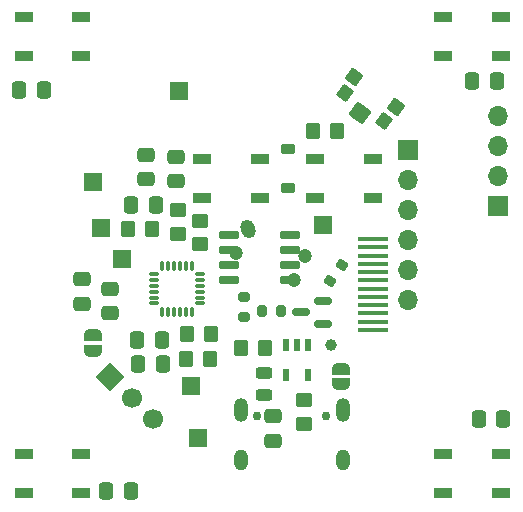
<source format=gbr>
%TF.GenerationSoftware,KiCad,Pcbnew,8.0.1*%
%TF.CreationDate,2024-05-06T20:31:10+02:00*%
%TF.ProjectId,smartknob,736d6172-746b-46e6-9f62-2e6b69636164,rev?*%
%TF.SameCoordinates,Original*%
%TF.FileFunction,Soldermask,Bot*%
%TF.FilePolarity,Negative*%
%FSLAX46Y46*%
G04 Gerber Fmt 4.6, Leading zero omitted, Abs format (unit mm)*
G04 Created by KiCad (PCBNEW 8.0.1) date 2024-05-06 20:31:10*
%MOMM*%
%LPD*%
G01*
G04 APERTURE LIST*
G04 Aperture macros list*
%AMRoundRect*
0 Rectangle with rounded corners*
0 $1 Rounding radius*
0 $2 $3 $4 $5 $6 $7 $8 $9 X,Y pos of 4 corners*
0 Add a 4 corners polygon primitive as box body*
4,1,4,$2,$3,$4,$5,$6,$7,$8,$9,$2,$3,0*
0 Add four circle primitives for the rounded corners*
1,1,$1+$1,$2,$3*
1,1,$1+$1,$4,$5*
1,1,$1+$1,$6,$7*
1,1,$1+$1,$8,$9*
0 Add four rect primitives between the rounded corners*
20,1,$1+$1,$2,$3,$4,$5,0*
20,1,$1+$1,$4,$5,$6,$7,0*
20,1,$1+$1,$6,$7,$8,$9,0*
20,1,$1+$1,$8,$9,$2,$3,0*%
%AMHorizOval*
0 Thick line with rounded ends*
0 $1 width*
0 $2 $3 position (X,Y) of the first rounded end (center of the circle)*
0 $4 $5 position (X,Y) of the second rounded end (center of the circle)*
0 Add line between two ends*
20,1,$1,$2,$3,$4,$5,0*
0 Add two circle primitives to create the rounded ends*
1,1,$1,$2,$3*
1,1,$1,$4,$5*%
%AMRotRect*
0 Rectangle, with rotation*
0 The origin of the aperture is its center*
0 $1 length*
0 $2 width*
0 $3 Rotation angle, in degrees counterclockwise*
0 Add horizontal line*
21,1,$1,$2,0,0,$3*%
%AMFreePoly0*
4,1,19,0.500000,-0.750000,0.000000,-0.750000,0.000000,-0.744911,-0.071157,-0.744911,-0.207708,-0.704816,-0.327430,-0.627875,-0.420627,-0.520320,-0.479746,-0.390866,-0.500000,-0.250000,-0.500000,0.250000,-0.479746,0.390866,-0.420627,0.520320,-0.327430,0.627875,-0.207708,0.704816,-0.071157,0.744911,0.000000,0.744911,0.000000,0.750000,0.500000,0.750000,0.500000,-0.750000,0.500000,-0.750000,
$1*%
%AMFreePoly1*
4,1,19,0.000000,0.744911,0.071157,0.744911,0.207708,0.704816,0.327430,0.627875,0.420627,0.520320,0.479746,0.390866,0.500000,0.250000,0.500000,-0.250000,0.479746,-0.390866,0.420627,-0.520320,0.327430,-0.627875,0.207708,-0.704816,0.071157,-0.744911,0.000000,-0.744911,0.000000,-0.750000,-0.500000,-0.750000,-0.500000,0.750000,0.000000,0.750000,0.000000,0.744911,0.000000,0.744911,
$1*%
G04 Aperture macros list end*
%ADD10C,0.750000*%
%ADD11O,1.200000X2.000000*%
%ADD12O,1.200000X1.800000*%
%ADD13R,1.700000X1.700000*%
%ADD14O,1.700000X1.700000*%
%ADD15RoundRect,0.250000X-0.350000X-0.450000X0.350000X-0.450000X0.350000X0.450000X-0.350000X0.450000X0*%
%ADD16RoundRect,0.250000X-0.337500X-0.475000X0.337500X-0.475000X0.337500X0.475000X-0.337500X0.475000X0*%
%ADD17RoundRect,0.250000X0.337500X0.475000X-0.337500X0.475000X-0.337500X-0.475000X0.337500X-0.475000X0*%
%ADD18R,2.500000X0.350000*%
%ADD19RoundRect,0.200000X-0.200000X-0.275000X0.200000X-0.275000X0.200000X0.275000X-0.200000X0.275000X0*%
%ADD20R,1.500000X0.900000*%
%ADD21HorizOval,1.200000X0.068404X-0.187939X-0.068404X0.187939X0*%
%ADD22HorizOval,1.200000X0.000000X0.000000X0.000000X0.000000X0*%
%ADD23FreePoly0,90.000000*%
%ADD24FreePoly1,90.000000*%
%ADD25RoundRect,0.250000X-0.475000X0.337500X-0.475000X-0.337500X0.475000X-0.337500X0.475000X0.337500X0*%
%ADD26RoundRect,0.250000X-0.450000X0.350000X-0.450000X-0.350000X0.450000X-0.350000X0.450000X0.350000X0*%
%ADD27R,1.500000X1.500000*%
%ADD28RoundRect,0.150000X0.587500X0.150000X-0.587500X0.150000X-0.587500X-0.150000X0.587500X-0.150000X0*%
%ADD29RoundRect,0.250000X0.350000X0.450000X-0.350000X0.450000X-0.350000X-0.450000X0.350000X-0.450000X0*%
%ADD30RoundRect,0.165000X-0.567158X-0.125625X0.055785X-0.578220X0.567158X0.125625X-0.055785X0.578220X0*%
%ADD31C,0.950000*%
%ADD32RoundRect,0.180000X-0.586657X-0.092917X0.092917X-0.586657X0.586657X0.092917X-0.092917X0.586657X0*%
%ADD33RoundRect,0.210000X-0.724884X-0.079014X0.148854X-0.713822X0.724884X0.079014X-0.148854X0.713822X0*%
%ADD34R,0.600000X1.000000*%
%ADD35RoundRect,0.250000X0.475000X-0.337500X0.475000X0.337500X-0.475000X0.337500X-0.475000X-0.337500X0*%
%ADD36RoundRect,0.075000X-0.350000X-0.075000X0.350000X-0.075000X0.350000X0.075000X-0.350000X0.075000X0*%
%ADD37RoundRect,0.075000X-0.075000X0.350000X-0.075000X-0.350000X0.075000X-0.350000X0.075000X0.350000X0*%
%ADD38RoundRect,0.200000X-0.275000X0.200000X-0.275000X-0.200000X0.275000X-0.200000X0.275000X0.200000X0*%
%ADD39C,1.000000*%
%ADD40RoundRect,0.243750X-0.456250X0.243750X-0.456250X-0.243750X0.456250X-0.243750X0.456250X0.243750X0*%
%ADD41RoundRect,0.200000X0.110552X-0.321564X0.339982X0.006097X-0.110552X0.321564X-0.339982X-0.006097X0*%
%ADD42RotRect,1.700000X1.700000X225.000000*%
%ADD43HorizOval,1.700000X0.000000X0.000000X0.000000X0.000000X0*%
%ADD44RoundRect,0.150000X0.725000X0.150000X-0.725000X0.150000X-0.725000X-0.150000X0.725000X-0.150000X0*%
%ADD45RoundRect,0.225000X0.375000X-0.225000X0.375000X0.225000X-0.375000X0.225000X-0.375000X-0.225000X0*%
G04 APERTURE END LIST*
D10*
%TO.C,U3*%
X113850000Y-93145500D03*
X119650000Y-93145500D03*
D11*
X112425000Y-92645500D03*
D12*
X112425000Y-96845500D03*
D11*
X121075000Y-92645500D03*
D12*
X121075000Y-96845500D03*
%TD*%
D13*
%TO.C,J4*%
X134200000Y-75320000D03*
D14*
X134200000Y-72780000D03*
X134200000Y-70240000D03*
X134200000Y-67700000D03*
%TD*%
D15*
%TO.C,R21*%
X118600000Y-69000000D03*
X120600000Y-69000000D03*
%TD*%
D16*
%TO.C,C11*%
X103162500Y-75300000D03*
X105237500Y-75300000D03*
%TD*%
D17*
%TO.C,C16*%
X134675000Y-93400000D03*
X132600000Y-93400000D03*
%TD*%
D15*
%TO.C,R12*%
X112460000Y-87400000D03*
X114460000Y-87400000D03*
%TD*%
D18*
%TO.C,U5*%
X123675000Y-78150000D03*
X123675000Y-78850000D03*
X123675000Y-79550000D03*
X123675000Y-80250000D03*
X123675000Y-80950000D03*
X123675000Y-81650000D03*
X123675000Y-82350000D03*
X123675000Y-83050000D03*
X123675000Y-83750000D03*
X123675000Y-84450000D03*
X123675000Y-85150000D03*
X123675000Y-85850000D03*
%TD*%
D19*
%TO.C,R16*%
X114200000Y-84200000D03*
X115850000Y-84200000D03*
%TD*%
D20*
%TO.C,D8*%
X134450000Y-59350000D03*
X134450000Y-62650000D03*
X129550000Y-62650000D03*
X129550000Y-59350000D03*
%TD*%
D21*
%TO.C,Ur1*%
X113029202Y-77301466D03*
D22*
X117899712Y-79572620D03*
X116943435Y-81623360D03*
X112072927Y-79352205D03*
%TD*%
D20*
%TO.C,D2*%
X109150000Y-74650000D03*
X109150000Y-71350000D03*
X114050000Y-71350000D03*
X114050000Y-74650000D03*
%TD*%
%TO.C,D6*%
X98950000Y-96350000D03*
X98950000Y-99650000D03*
X94050000Y-99650000D03*
X94050000Y-96350000D03*
%TD*%
D17*
%TO.C,C17*%
X95775000Y-65500000D03*
X93700000Y-65500000D03*
%TD*%
D23*
%TO.C,JP1*%
X99900000Y-87600000D03*
D24*
X99900000Y-86300000D03*
%TD*%
D25*
%TO.C,C3*%
X115200000Y-93162500D03*
X115200000Y-95237500D03*
%TD*%
D16*
%TO.C,C10*%
X103662500Y-86700000D03*
X105737500Y-86700000D03*
%TD*%
D25*
%TO.C,C8*%
X99000000Y-81562500D03*
X99000000Y-83637500D03*
%TD*%
D26*
%TO.C,R13*%
X117800000Y-91800000D03*
X117800000Y-93800000D03*
%TD*%
D25*
%TO.C,C9*%
X101400000Y-82362500D03*
X101400000Y-84437500D03*
%TD*%
D27*
%TO.C,BLK*%
X119400000Y-77000000D03*
%TD*%
D13*
%TO.C,J1*%
X126600000Y-70650000D03*
D14*
X126600000Y-73190000D03*
X126600000Y-75730000D03*
X126600000Y-78270000D03*
X126600000Y-80810000D03*
X126600000Y-83350000D03*
%TD*%
D28*
%TO.C,Q1*%
X119400000Y-83400000D03*
X119400000Y-85300000D03*
X117525000Y-84350000D03*
%TD*%
D29*
%TO.C,R14*%
X104900000Y-77300000D03*
X102900000Y-77300000D03*
%TD*%
D27*
%TO.C,LED*%
X107200000Y-65600000D03*
%TD*%
D30*
%TO.C,SW2*%
X121246640Y-65774433D03*
X124563608Y-68184353D03*
D31*
X122036353Y-64432289D03*
D32*
X122065743Y-64391839D03*
D33*
X122537758Y-67485029D03*
D32*
X125625418Y-66978094D03*
D31*
X125596029Y-67018545D03*
%TD*%
D27*
%TO.C,GND*%
X100600000Y-77200000D03*
%TD*%
D26*
%TO.C,R2*%
X109000000Y-76600000D03*
X109000000Y-78600000D03*
%TD*%
D34*
%TO.C,U4*%
X116250000Y-87100000D03*
X117200000Y-87100000D03*
X118150000Y-87100000D03*
X118150000Y-89700000D03*
X116250000Y-89700000D03*
%TD*%
D35*
%TO.C,C13*%
X107000000Y-73237500D03*
X107000000Y-71162500D03*
%TD*%
D29*
%TO.C,R11*%
X109800000Y-88300000D03*
X107800000Y-88300000D03*
%TD*%
D20*
%TO.C,D5*%
X94050000Y-62650000D03*
X94050000Y-59350000D03*
X98950000Y-59350000D03*
X98950000Y-62650000D03*
%TD*%
D27*
%TO.C,GND*%
X108800000Y-95000000D03*
%TD*%
D36*
%TO.C,U8*%
X105100000Y-83600000D03*
X105100000Y-83100000D03*
X105100000Y-82600000D03*
X105100000Y-82100000D03*
X105100000Y-81600000D03*
X105100000Y-81100000D03*
D37*
X105800000Y-80400000D03*
X106300000Y-80400000D03*
X106800000Y-80400000D03*
X107300000Y-80400000D03*
X107800000Y-80400000D03*
X108300000Y-80400000D03*
D36*
X109000000Y-81100000D03*
X109000000Y-81600000D03*
X109000000Y-82100000D03*
X109000000Y-82600000D03*
X109000000Y-83100000D03*
X109000000Y-83600000D03*
D37*
X108300000Y-84300000D03*
X107800000Y-84300000D03*
X107300000Y-84300000D03*
X106800000Y-84300000D03*
X106300000Y-84300000D03*
X105800000Y-84300000D03*
%TD*%
D27*
%TO.C,BAT*%
X108200000Y-90600000D03*
%TD*%
D23*
%TO.C,JP2*%
X120900000Y-90450000D03*
D24*
X120900000Y-89150000D03*
%TD*%
D16*
%TO.C,C5*%
X103762500Y-88700000D03*
X105837500Y-88700000D03*
%TD*%
D38*
%TO.C,R17*%
X112700000Y-83075000D03*
X112700000Y-84725000D03*
%TD*%
D35*
%TO.C,C12*%
X104400000Y-73075000D03*
X104400000Y-71000000D03*
%TD*%
D27*
%TO.C,RES*%
X102400000Y-79800000D03*
%TD*%
D39*
%TO.C,TP5*%
X120100000Y-87100000D03*
%TD*%
D20*
%TO.C,D1*%
X118700000Y-74650000D03*
X118700000Y-71350000D03*
X123600000Y-71350000D03*
X123600000Y-74650000D03*
%TD*%
D17*
%TO.C,C15*%
X103137500Y-99500000D03*
X101062500Y-99500000D03*
%TD*%
D27*
%TO.C,BAT+*%
X99900000Y-73300000D03*
%TD*%
D29*
%TO.C,R10*%
X109900000Y-86200000D03*
X107900000Y-86200000D03*
%TD*%
D26*
%TO.C,R3*%
X107100000Y-75700000D03*
X107100000Y-77700000D03*
%TD*%
D40*
%TO.C,D3*%
X114420000Y-89482500D03*
X114420000Y-91357500D03*
%TD*%
D20*
%TO.C,D7*%
X134450000Y-96350000D03*
X134450000Y-99650000D03*
X129550000Y-99650000D03*
X129550000Y-96350000D03*
%TD*%
D16*
%TO.C,C14*%
X132062500Y-64800000D03*
X134137500Y-64800000D03*
%TD*%
D41*
%TO.C,R18*%
X120026799Y-81675800D03*
X120973201Y-80324200D03*
%TD*%
D42*
%TO.C,J2*%
X101403949Y-89814555D03*
D43*
X103200000Y-91610606D03*
X104996051Y-93406657D03*
%TD*%
D44*
%TO.C,U6*%
X116600000Y-77790000D03*
X116600000Y-79060000D03*
X116600000Y-80330000D03*
X116600000Y-81600000D03*
X111450000Y-81600000D03*
X111450000Y-80330000D03*
X111450000Y-79060000D03*
X111450000Y-77790000D03*
%TD*%
D45*
%TO.C,D4*%
X116400000Y-73850000D03*
X116400000Y-70550000D03*
%TD*%
M02*

</source>
